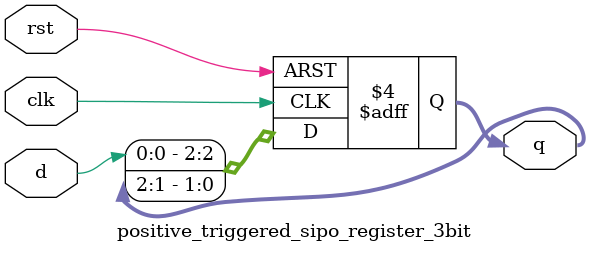
<source format=v>
`timescale 1ns / 1ps
module positive_triggered_sipo_register_3bit(q,d,clk,rst);
input d,clk,rst;
output reg [2:0]q;
initial q=3'b000;
always @(posedge clk, negedge rst)
if(rst==0)
q=3'b000;
else begin
q[0]=q[1];
q[1]=q[2];
q[2]=d;
end

endmodule

</source>
